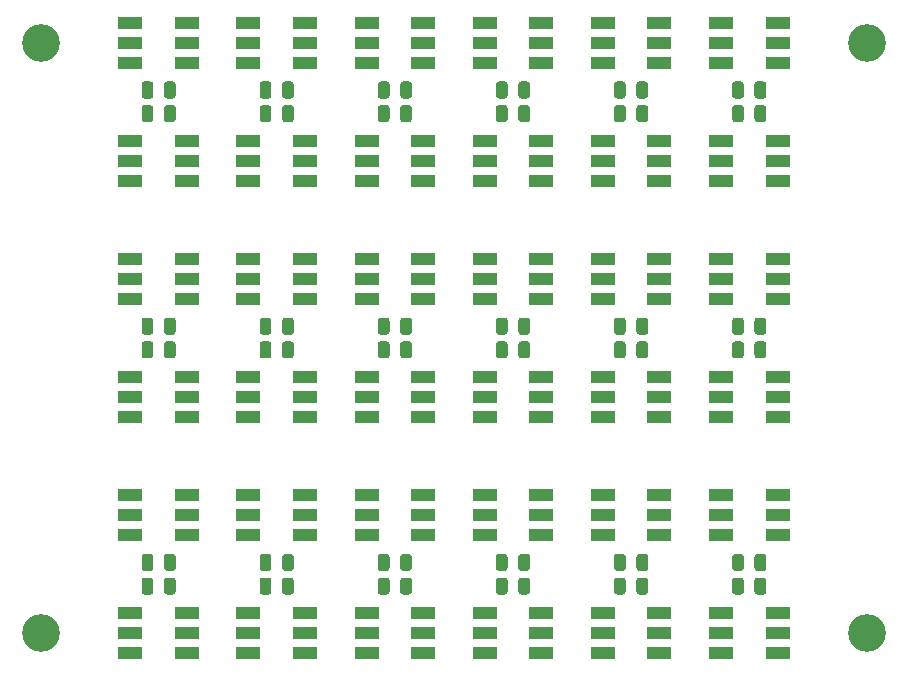
<source format=gbr>
%TF.GenerationSoftware,KiCad,Pcbnew,(5.1.9)-1*%
%TF.CreationDate,2021-05-23T18:39:07+01:00*%
%TF.ProjectId,LEDMaze,4c45444d-617a-4652-9e6b-696361645f70,rev?*%
%TF.SameCoordinates,Original*%
%TF.FileFunction,Soldermask,Top*%
%TF.FilePolarity,Negative*%
%FSLAX46Y46*%
G04 Gerber Fmt 4.6, Leading zero omitted, Abs format (unit mm)*
G04 Created by KiCad (PCBNEW (5.1.9)-1) date 2021-05-23 18:39:07*
%MOMM*%
%LPD*%
G01*
G04 APERTURE LIST*
%ADD10C,3.200000*%
%ADD11R,2.000000X1.100000*%
G04 APERTURE END LIST*
D10*
%TO.C,REF\u002A\u002A*%
X90000000Y-50000000D03*
%TD*%
%TO.C,REF\u002A\u002A*%
X90000000Y-100000000D03*
%TD*%
%TO.C,REF\u002A\u002A*%
X20000000Y-100000000D03*
%TD*%
%TO.C,REF\u002A\u002A*%
X20000000Y-50000000D03*
%TD*%
D11*
%TO.C,D36*%
X27600000Y-101700000D03*
X27600000Y-100000000D03*
X27600000Y-98300000D03*
X32400000Y-98300000D03*
X32400000Y-100000000D03*
X32400000Y-101700000D03*
%TD*%
%TO.C,D35*%
X37600000Y-101700000D03*
X37600000Y-100000000D03*
X37600000Y-98300000D03*
X42400000Y-98300000D03*
X42400000Y-100000000D03*
X42400000Y-101700000D03*
%TD*%
%TO.C,D34*%
X47600000Y-101700000D03*
X47600000Y-100000000D03*
X47600000Y-98300000D03*
X52400000Y-98300000D03*
X52400000Y-100000000D03*
X52400000Y-101700000D03*
%TD*%
%TO.C,D33*%
X57600000Y-101700000D03*
X57600000Y-100000000D03*
X57600000Y-98300000D03*
X62400000Y-98300000D03*
X62400000Y-100000000D03*
X62400000Y-101700000D03*
%TD*%
%TO.C,D32*%
X67600000Y-101700000D03*
X67600000Y-100000000D03*
X67600000Y-98300000D03*
X72400000Y-98300000D03*
X72400000Y-100000000D03*
X72400000Y-101700000D03*
%TD*%
%TO.C,D31*%
X77600000Y-101700000D03*
X77600000Y-100000000D03*
X77600000Y-98300000D03*
X82400000Y-98300000D03*
X82400000Y-100000000D03*
X82400000Y-101700000D03*
%TD*%
%TO.C,D30*%
X82400000Y-88300000D03*
X82400000Y-90000000D03*
X82400000Y-91700000D03*
X77600000Y-91700000D03*
X77600000Y-90000000D03*
X77600000Y-88300000D03*
%TD*%
%TO.C,D29*%
X72400000Y-88300000D03*
X72400000Y-90000000D03*
X72400000Y-91700000D03*
X67600000Y-91700000D03*
X67600000Y-90000000D03*
X67600000Y-88300000D03*
%TD*%
%TO.C,D28*%
X62400000Y-88300000D03*
X62400000Y-90000000D03*
X62400000Y-91700000D03*
X57600000Y-91700000D03*
X57600000Y-90000000D03*
X57600000Y-88300000D03*
%TD*%
%TO.C,D27*%
X52400000Y-88300000D03*
X52400000Y-90000000D03*
X52400000Y-91700000D03*
X47600000Y-91700000D03*
X47600000Y-90000000D03*
X47600000Y-88300000D03*
%TD*%
%TO.C,D26*%
X42400000Y-88300000D03*
X42400000Y-90000000D03*
X42400000Y-91700000D03*
X37600000Y-91700000D03*
X37600000Y-90000000D03*
X37600000Y-88300000D03*
%TD*%
%TO.C,D25*%
X32400000Y-88300000D03*
X32400000Y-90000000D03*
X32400000Y-91700000D03*
X27600000Y-91700000D03*
X27600000Y-90000000D03*
X27600000Y-88300000D03*
%TD*%
%TO.C,D24*%
X27600000Y-81700000D03*
X27600000Y-80000000D03*
X27600000Y-78300000D03*
X32400000Y-78300000D03*
X32400000Y-80000000D03*
X32400000Y-81700000D03*
%TD*%
%TO.C,D23*%
X37600000Y-81700000D03*
X37600000Y-80000000D03*
X37600000Y-78300000D03*
X42400000Y-78300000D03*
X42400000Y-80000000D03*
X42400000Y-81700000D03*
%TD*%
%TO.C,D22*%
X47600000Y-81700000D03*
X47600000Y-80000000D03*
X47600000Y-78300000D03*
X52400000Y-78300000D03*
X52400000Y-80000000D03*
X52400000Y-81700000D03*
%TD*%
%TO.C,D21*%
X57600000Y-81700000D03*
X57600000Y-80000000D03*
X57600000Y-78300000D03*
X62400000Y-78300000D03*
X62400000Y-80000000D03*
X62400000Y-81700000D03*
%TD*%
%TO.C,D20*%
X67600000Y-81700000D03*
X67600000Y-80000000D03*
X67600000Y-78300000D03*
X72400000Y-78300000D03*
X72400000Y-80000000D03*
X72400000Y-81700000D03*
%TD*%
%TO.C,D19*%
X77600000Y-81700000D03*
X77600000Y-80000000D03*
X77600000Y-78300000D03*
X82400000Y-78300000D03*
X82400000Y-80000000D03*
X82400000Y-81700000D03*
%TD*%
%TO.C,D18*%
X82400000Y-68300000D03*
X82400000Y-70000000D03*
X82400000Y-71700000D03*
X77600000Y-71700000D03*
X77600000Y-70000000D03*
X77600000Y-68300000D03*
%TD*%
%TO.C,D17*%
X72400000Y-68300000D03*
X72400000Y-70000000D03*
X72400000Y-71700000D03*
X67600000Y-71700000D03*
X67600000Y-70000000D03*
X67600000Y-68300000D03*
%TD*%
%TO.C,D16*%
X62400000Y-68300000D03*
X62400000Y-70000000D03*
X62400000Y-71700000D03*
X57600000Y-71700000D03*
X57600000Y-70000000D03*
X57600000Y-68300000D03*
%TD*%
%TO.C,D15*%
X52400000Y-68300000D03*
X52400000Y-70000000D03*
X52400000Y-71700000D03*
X47600000Y-71700000D03*
X47600000Y-70000000D03*
X47600000Y-68300000D03*
%TD*%
%TO.C,D14*%
X42400000Y-68300000D03*
X42400000Y-70000000D03*
X42400000Y-71700000D03*
X37600000Y-71700000D03*
X37600000Y-70000000D03*
X37600000Y-68300000D03*
%TD*%
%TO.C,D13*%
X32400000Y-68300000D03*
X32400000Y-70000000D03*
X32400000Y-71700000D03*
X27600000Y-71700000D03*
X27600000Y-70000000D03*
X27600000Y-68300000D03*
%TD*%
%TO.C,D12*%
X27600000Y-61700000D03*
X27600000Y-60000000D03*
X27600000Y-58300000D03*
X32400000Y-58300000D03*
X32400000Y-60000000D03*
X32400000Y-61700000D03*
%TD*%
%TO.C,D11*%
X37600000Y-61700000D03*
X37600000Y-60000000D03*
X37600000Y-58300000D03*
X42400000Y-58300000D03*
X42400000Y-60000000D03*
X42400000Y-61700000D03*
%TD*%
%TO.C,D10*%
X47600000Y-61700000D03*
X47600000Y-60000000D03*
X47600000Y-58300000D03*
X52400000Y-58300000D03*
X52400000Y-60000000D03*
X52400000Y-61700000D03*
%TD*%
%TO.C,D9*%
X57600000Y-61700000D03*
X57600000Y-60000000D03*
X57600000Y-58300000D03*
X62400000Y-58300000D03*
X62400000Y-60000000D03*
X62400000Y-61700000D03*
%TD*%
%TO.C,D8*%
X67600000Y-61700000D03*
X67600000Y-60000000D03*
X67600000Y-58300000D03*
X72400000Y-58300000D03*
X72400000Y-60000000D03*
X72400000Y-61700000D03*
%TD*%
%TO.C,D7*%
X77600000Y-61700000D03*
X77600000Y-60000000D03*
X77600000Y-58300000D03*
X82400000Y-58300000D03*
X82400000Y-60000000D03*
X82400000Y-61700000D03*
%TD*%
%TO.C,C36*%
G36*
G01*
X30450000Y-96475000D02*
X30450000Y-95525000D01*
G75*
G02*
X30700000Y-95275000I250000J0D01*
G01*
X31200000Y-95275000D01*
G75*
G02*
X31450000Y-95525000I0J-250000D01*
G01*
X31450000Y-96475000D01*
G75*
G02*
X31200000Y-96725000I-250000J0D01*
G01*
X30700000Y-96725000D01*
G75*
G02*
X30450000Y-96475000I0J250000D01*
G01*
G37*
G36*
G01*
X28550000Y-96475000D02*
X28550000Y-95525000D01*
G75*
G02*
X28800000Y-95275000I250000J0D01*
G01*
X29300000Y-95275000D01*
G75*
G02*
X29550000Y-95525000I0J-250000D01*
G01*
X29550000Y-96475000D01*
G75*
G02*
X29300000Y-96725000I-250000J0D01*
G01*
X28800000Y-96725000D01*
G75*
G02*
X28550000Y-96475000I0J250000D01*
G01*
G37*
%TD*%
%TO.C,C35*%
G36*
G01*
X40450000Y-96475000D02*
X40450000Y-95525000D01*
G75*
G02*
X40700000Y-95275000I250000J0D01*
G01*
X41200000Y-95275000D01*
G75*
G02*
X41450000Y-95525000I0J-250000D01*
G01*
X41450000Y-96475000D01*
G75*
G02*
X41200000Y-96725000I-250000J0D01*
G01*
X40700000Y-96725000D01*
G75*
G02*
X40450000Y-96475000I0J250000D01*
G01*
G37*
G36*
G01*
X38550000Y-96475000D02*
X38550000Y-95525000D01*
G75*
G02*
X38800000Y-95275000I250000J0D01*
G01*
X39300000Y-95275000D01*
G75*
G02*
X39550000Y-95525000I0J-250000D01*
G01*
X39550000Y-96475000D01*
G75*
G02*
X39300000Y-96725000I-250000J0D01*
G01*
X38800000Y-96725000D01*
G75*
G02*
X38550000Y-96475000I0J250000D01*
G01*
G37*
%TD*%
%TO.C,C34*%
G36*
G01*
X50450000Y-96475000D02*
X50450000Y-95525000D01*
G75*
G02*
X50700000Y-95275000I250000J0D01*
G01*
X51200000Y-95275000D01*
G75*
G02*
X51450000Y-95525000I0J-250000D01*
G01*
X51450000Y-96475000D01*
G75*
G02*
X51200000Y-96725000I-250000J0D01*
G01*
X50700000Y-96725000D01*
G75*
G02*
X50450000Y-96475000I0J250000D01*
G01*
G37*
G36*
G01*
X48550000Y-96475000D02*
X48550000Y-95525000D01*
G75*
G02*
X48800000Y-95275000I250000J0D01*
G01*
X49300000Y-95275000D01*
G75*
G02*
X49550000Y-95525000I0J-250000D01*
G01*
X49550000Y-96475000D01*
G75*
G02*
X49300000Y-96725000I-250000J0D01*
G01*
X48800000Y-96725000D01*
G75*
G02*
X48550000Y-96475000I0J250000D01*
G01*
G37*
%TD*%
%TO.C,C33*%
G36*
G01*
X60450000Y-96475000D02*
X60450000Y-95525000D01*
G75*
G02*
X60700000Y-95275000I250000J0D01*
G01*
X61200000Y-95275000D01*
G75*
G02*
X61450000Y-95525000I0J-250000D01*
G01*
X61450000Y-96475000D01*
G75*
G02*
X61200000Y-96725000I-250000J0D01*
G01*
X60700000Y-96725000D01*
G75*
G02*
X60450000Y-96475000I0J250000D01*
G01*
G37*
G36*
G01*
X58550000Y-96475000D02*
X58550000Y-95525000D01*
G75*
G02*
X58800000Y-95275000I250000J0D01*
G01*
X59300000Y-95275000D01*
G75*
G02*
X59550000Y-95525000I0J-250000D01*
G01*
X59550000Y-96475000D01*
G75*
G02*
X59300000Y-96725000I-250000J0D01*
G01*
X58800000Y-96725000D01*
G75*
G02*
X58550000Y-96475000I0J250000D01*
G01*
G37*
%TD*%
%TO.C,C32*%
G36*
G01*
X70450000Y-96475000D02*
X70450000Y-95525000D01*
G75*
G02*
X70700000Y-95275000I250000J0D01*
G01*
X71200000Y-95275000D01*
G75*
G02*
X71450000Y-95525000I0J-250000D01*
G01*
X71450000Y-96475000D01*
G75*
G02*
X71200000Y-96725000I-250000J0D01*
G01*
X70700000Y-96725000D01*
G75*
G02*
X70450000Y-96475000I0J250000D01*
G01*
G37*
G36*
G01*
X68550000Y-96475000D02*
X68550000Y-95525000D01*
G75*
G02*
X68800000Y-95275000I250000J0D01*
G01*
X69300000Y-95275000D01*
G75*
G02*
X69550000Y-95525000I0J-250000D01*
G01*
X69550000Y-96475000D01*
G75*
G02*
X69300000Y-96725000I-250000J0D01*
G01*
X68800000Y-96725000D01*
G75*
G02*
X68550000Y-96475000I0J250000D01*
G01*
G37*
%TD*%
%TO.C,C31*%
G36*
G01*
X80450000Y-96475000D02*
X80450000Y-95525000D01*
G75*
G02*
X80700000Y-95275000I250000J0D01*
G01*
X81200000Y-95275000D01*
G75*
G02*
X81450000Y-95525000I0J-250000D01*
G01*
X81450000Y-96475000D01*
G75*
G02*
X81200000Y-96725000I-250000J0D01*
G01*
X80700000Y-96725000D01*
G75*
G02*
X80450000Y-96475000I0J250000D01*
G01*
G37*
G36*
G01*
X78550000Y-96475000D02*
X78550000Y-95525000D01*
G75*
G02*
X78800000Y-95275000I250000J0D01*
G01*
X79300000Y-95275000D01*
G75*
G02*
X79550000Y-95525000I0J-250000D01*
G01*
X79550000Y-96475000D01*
G75*
G02*
X79300000Y-96725000I-250000J0D01*
G01*
X78800000Y-96725000D01*
G75*
G02*
X78550000Y-96475000I0J250000D01*
G01*
G37*
%TD*%
%TO.C,C30*%
G36*
G01*
X79550000Y-93525000D02*
X79550000Y-94475000D01*
G75*
G02*
X79300000Y-94725000I-250000J0D01*
G01*
X78800000Y-94725000D01*
G75*
G02*
X78550000Y-94475000I0J250000D01*
G01*
X78550000Y-93525000D01*
G75*
G02*
X78800000Y-93275000I250000J0D01*
G01*
X79300000Y-93275000D01*
G75*
G02*
X79550000Y-93525000I0J-250000D01*
G01*
G37*
G36*
G01*
X81450000Y-93525000D02*
X81450000Y-94475000D01*
G75*
G02*
X81200000Y-94725000I-250000J0D01*
G01*
X80700000Y-94725000D01*
G75*
G02*
X80450000Y-94475000I0J250000D01*
G01*
X80450000Y-93525000D01*
G75*
G02*
X80700000Y-93275000I250000J0D01*
G01*
X81200000Y-93275000D01*
G75*
G02*
X81450000Y-93525000I0J-250000D01*
G01*
G37*
%TD*%
%TO.C,C29*%
G36*
G01*
X69550000Y-93525000D02*
X69550000Y-94475000D01*
G75*
G02*
X69300000Y-94725000I-250000J0D01*
G01*
X68800000Y-94725000D01*
G75*
G02*
X68550000Y-94475000I0J250000D01*
G01*
X68550000Y-93525000D01*
G75*
G02*
X68800000Y-93275000I250000J0D01*
G01*
X69300000Y-93275000D01*
G75*
G02*
X69550000Y-93525000I0J-250000D01*
G01*
G37*
G36*
G01*
X71450000Y-93525000D02*
X71450000Y-94475000D01*
G75*
G02*
X71200000Y-94725000I-250000J0D01*
G01*
X70700000Y-94725000D01*
G75*
G02*
X70450000Y-94475000I0J250000D01*
G01*
X70450000Y-93525000D01*
G75*
G02*
X70700000Y-93275000I250000J0D01*
G01*
X71200000Y-93275000D01*
G75*
G02*
X71450000Y-93525000I0J-250000D01*
G01*
G37*
%TD*%
%TO.C,C28*%
G36*
G01*
X59550000Y-93525000D02*
X59550000Y-94475000D01*
G75*
G02*
X59300000Y-94725000I-250000J0D01*
G01*
X58800000Y-94725000D01*
G75*
G02*
X58550000Y-94475000I0J250000D01*
G01*
X58550000Y-93525000D01*
G75*
G02*
X58800000Y-93275000I250000J0D01*
G01*
X59300000Y-93275000D01*
G75*
G02*
X59550000Y-93525000I0J-250000D01*
G01*
G37*
G36*
G01*
X61450000Y-93525000D02*
X61450000Y-94475000D01*
G75*
G02*
X61200000Y-94725000I-250000J0D01*
G01*
X60700000Y-94725000D01*
G75*
G02*
X60450000Y-94475000I0J250000D01*
G01*
X60450000Y-93525000D01*
G75*
G02*
X60700000Y-93275000I250000J0D01*
G01*
X61200000Y-93275000D01*
G75*
G02*
X61450000Y-93525000I0J-250000D01*
G01*
G37*
%TD*%
%TO.C,C27*%
G36*
G01*
X49550000Y-93525000D02*
X49550000Y-94475000D01*
G75*
G02*
X49300000Y-94725000I-250000J0D01*
G01*
X48800000Y-94725000D01*
G75*
G02*
X48550000Y-94475000I0J250000D01*
G01*
X48550000Y-93525000D01*
G75*
G02*
X48800000Y-93275000I250000J0D01*
G01*
X49300000Y-93275000D01*
G75*
G02*
X49550000Y-93525000I0J-250000D01*
G01*
G37*
G36*
G01*
X51450000Y-93525000D02*
X51450000Y-94475000D01*
G75*
G02*
X51200000Y-94725000I-250000J0D01*
G01*
X50700000Y-94725000D01*
G75*
G02*
X50450000Y-94475000I0J250000D01*
G01*
X50450000Y-93525000D01*
G75*
G02*
X50700000Y-93275000I250000J0D01*
G01*
X51200000Y-93275000D01*
G75*
G02*
X51450000Y-93525000I0J-250000D01*
G01*
G37*
%TD*%
%TO.C,C26*%
G36*
G01*
X39550000Y-93525000D02*
X39550000Y-94475000D01*
G75*
G02*
X39300000Y-94725000I-250000J0D01*
G01*
X38800000Y-94725000D01*
G75*
G02*
X38550000Y-94475000I0J250000D01*
G01*
X38550000Y-93525000D01*
G75*
G02*
X38800000Y-93275000I250000J0D01*
G01*
X39300000Y-93275000D01*
G75*
G02*
X39550000Y-93525000I0J-250000D01*
G01*
G37*
G36*
G01*
X41450000Y-93525000D02*
X41450000Y-94475000D01*
G75*
G02*
X41200000Y-94725000I-250000J0D01*
G01*
X40700000Y-94725000D01*
G75*
G02*
X40450000Y-94475000I0J250000D01*
G01*
X40450000Y-93525000D01*
G75*
G02*
X40700000Y-93275000I250000J0D01*
G01*
X41200000Y-93275000D01*
G75*
G02*
X41450000Y-93525000I0J-250000D01*
G01*
G37*
%TD*%
%TO.C,C25*%
G36*
G01*
X29550000Y-93525000D02*
X29550000Y-94475000D01*
G75*
G02*
X29300000Y-94725000I-250000J0D01*
G01*
X28800000Y-94725000D01*
G75*
G02*
X28550000Y-94475000I0J250000D01*
G01*
X28550000Y-93525000D01*
G75*
G02*
X28800000Y-93275000I250000J0D01*
G01*
X29300000Y-93275000D01*
G75*
G02*
X29550000Y-93525000I0J-250000D01*
G01*
G37*
G36*
G01*
X31450000Y-93525000D02*
X31450000Y-94475000D01*
G75*
G02*
X31200000Y-94725000I-250000J0D01*
G01*
X30700000Y-94725000D01*
G75*
G02*
X30450000Y-94475000I0J250000D01*
G01*
X30450000Y-93525000D01*
G75*
G02*
X30700000Y-93275000I250000J0D01*
G01*
X31200000Y-93275000D01*
G75*
G02*
X31450000Y-93525000I0J-250000D01*
G01*
G37*
%TD*%
%TO.C,C24*%
G36*
G01*
X30450000Y-76475000D02*
X30450000Y-75525000D01*
G75*
G02*
X30700000Y-75275000I250000J0D01*
G01*
X31200000Y-75275000D01*
G75*
G02*
X31450000Y-75525000I0J-250000D01*
G01*
X31450000Y-76475000D01*
G75*
G02*
X31200000Y-76725000I-250000J0D01*
G01*
X30700000Y-76725000D01*
G75*
G02*
X30450000Y-76475000I0J250000D01*
G01*
G37*
G36*
G01*
X28550000Y-76475000D02*
X28550000Y-75525000D01*
G75*
G02*
X28800000Y-75275000I250000J0D01*
G01*
X29300000Y-75275000D01*
G75*
G02*
X29550000Y-75525000I0J-250000D01*
G01*
X29550000Y-76475000D01*
G75*
G02*
X29300000Y-76725000I-250000J0D01*
G01*
X28800000Y-76725000D01*
G75*
G02*
X28550000Y-76475000I0J250000D01*
G01*
G37*
%TD*%
%TO.C,C23*%
G36*
G01*
X40450000Y-76475000D02*
X40450000Y-75525000D01*
G75*
G02*
X40700000Y-75275000I250000J0D01*
G01*
X41200000Y-75275000D01*
G75*
G02*
X41450000Y-75525000I0J-250000D01*
G01*
X41450000Y-76475000D01*
G75*
G02*
X41200000Y-76725000I-250000J0D01*
G01*
X40700000Y-76725000D01*
G75*
G02*
X40450000Y-76475000I0J250000D01*
G01*
G37*
G36*
G01*
X38550000Y-76475000D02*
X38550000Y-75525000D01*
G75*
G02*
X38800000Y-75275000I250000J0D01*
G01*
X39300000Y-75275000D01*
G75*
G02*
X39550000Y-75525000I0J-250000D01*
G01*
X39550000Y-76475000D01*
G75*
G02*
X39300000Y-76725000I-250000J0D01*
G01*
X38800000Y-76725000D01*
G75*
G02*
X38550000Y-76475000I0J250000D01*
G01*
G37*
%TD*%
%TO.C,C22*%
G36*
G01*
X50450000Y-76475000D02*
X50450000Y-75525000D01*
G75*
G02*
X50700000Y-75275000I250000J0D01*
G01*
X51200000Y-75275000D01*
G75*
G02*
X51450000Y-75525000I0J-250000D01*
G01*
X51450000Y-76475000D01*
G75*
G02*
X51200000Y-76725000I-250000J0D01*
G01*
X50700000Y-76725000D01*
G75*
G02*
X50450000Y-76475000I0J250000D01*
G01*
G37*
G36*
G01*
X48550000Y-76475000D02*
X48550000Y-75525000D01*
G75*
G02*
X48800000Y-75275000I250000J0D01*
G01*
X49300000Y-75275000D01*
G75*
G02*
X49550000Y-75525000I0J-250000D01*
G01*
X49550000Y-76475000D01*
G75*
G02*
X49300000Y-76725000I-250000J0D01*
G01*
X48800000Y-76725000D01*
G75*
G02*
X48550000Y-76475000I0J250000D01*
G01*
G37*
%TD*%
%TO.C,C21*%
G36*
G01*
X60450000Y-76475000D02*
X60450000Y-75525000D01*
G75*
G02*
X60700000Y-75275000I250000J0D01*
G01*
X61200000Y-75275000D01*
G75*
G02*
X61450000Y-75525000I0J-250000D01*
G01*
X61450000Y-76475000D01*
G75*
G02*
X61200000Y-76725000I-250000J0D01*
G01*
X60700000Y-76725000D01*
G75*
G02*
X60450000Y-76475000I0J250000D01*
G01*
G37*
G36*
G01*
X58550000Y-76475000D02*
X58550000Y-75525000D01*
G75*
G02*
X58800000Y-75275000I250000J0D01*
G01*
X59300000Y-75275000D01*
G75*
G02*
X59550000Y-75525000I0J-250000D01*
G01*
X59550000Y-76475000D01*
G75*
G02*
X59300000Y-76725000I-250000J0D01*
G01*
X58800000Y-76725000D01*
G75*
G02*
X58550000Y-76475000I0J250000D01*
G01*
G37*
%TD*%
%TO.C,C20*%
G36*
G01*
X70450000Y-76475000D02*
X70450000Y-75525000D01*
G75*
G02*
X70700000Y-75275000I250000J0D01*
G01*
X71200000Y-75275000D01*
G75*
G02*
X71450000Y-75525000I0J-250000D01*
G01*
X71450000Y-76475000D01*
G75*
G02*
X71200000Y-76725000I-250000J0D01*
G01*
X70700000Y-76725000D01*
G75*
G02*
X70450000Y-76475000I0J250000D01*
G01*
G37*
G36*
G01*
X68550000Y-76475000D02*
X68550000Y-75525000D01*
G75*
G02*
X68800000Y-75275000I250000J0D01*
G01*
X69300000Y-75275000D01*
G75*
G02*
X69550000Y-75525000I0J-250000D01*
G01*
X69550000Y-76475000D01*
G75*
G02*
X69300000Y-76725000I-250000J0D01*
G01*
X68800000Y-76725000D01*
G75*
G02*
X68550000Y-76475000I0J250000D01*
G01*
G37*
%TD*%
%TO.C,C19*%
G36*
G01*
X80450000Y-76475000D02*
X80450000Y-75525000D01*
G75*
G02*
X80700000Y-75275000I250000J0D01*
G01*
X81200000Y-75275000D01*
G75*
G02*
X81450000Y-75525000I0J-250000D01*
G01*
X81450000Y-76475000D01*
G75*
G02*
X81200000Y-76725000I-250000J0D01*
G01*
X80700000Y-76725000D01*
G75*
G02*
X80450000Y-76475000I0J250000D01*
G01*
G37*
G36*
G01*
X78550000Y-76475000D02*
X78550000Y-75525000D01*
G75*
G02*
X78800000Y-75275000I250000J0D01*
G01*
X79300000Y-75275000D01*
G75*
G02*
X79550000Y-75525000I0J-250000D01*
G01*
X79550000Y-76475000D01*
G75*
G02*
X79300000Y-76725000I-250000J0D01*
G01*
X78800000Y-76725000D01*
G75*
G02*
X78550000Y-76475000I0J250000D01*
G01*
G37*
%TD*%
%TO.C,C18*%
G36*
G01*
X79550000Y-73525000D02*
X79550000Y-74475000D01*
G75*
G02*
X79300000Y-74725000I-250000J0D01*
G01*
X78800000Y-74725000D01*
G75*
G02*
X78550000Y-74475000I0J250000D01*
G01*
X78550000Y-73525000D01*
G75*
G02*
X78800000Y-73275000I250000J0D01*
G01*
X79300000Y-73275000D01*
G75*
G02*
X79550000Y-73525000I0J-250000D01*
G01*
G37*
G36*
G01*
X81450000Y-73525000D02*
X81450000Y-74475000D01*
G75*
G02*
X81200000Y-74725000I-250000J0D01*
G01*
X80700000Y-74725000D01*
G75*
G02*
X80450000Y-74475000I0J250000D01*
G01*
X80450000Y-73525000D01*
G75*
G02*
X80700000Y-73275000I250000J0D01*
G01*
X81200000Y-73275000D01*
G75*
G02*
X81450000Y-73525000I0J-250000D01*
G01*
G37*
%TD*%
%TO.C,C17*%
G36*
G01*
X69550000Y-73525000D02*
X69550000Y-74475000D01*
G75*
G02*
X69300000Y-74725000I-250000J0D01*
G01*
X68800000Y-74725000D01*
G75*
G02*
X68550000Y-74475000I0J250000D01*
G01*
X68550000Y-73525000D01*
G75*
G02*
X68800000Y-73275000I250000J0D01*
G01*
X69300000Y-73275000D01*
G75*
G02*
X69550000Y-73525000I0J-250000D01*
G01*
G37*
G36*
G01*
X71450000Y-73525000D02*
X71450000Y-74475000D01*
G75*
G02*
X71200000Y-74725000I-250000J0D01*
G01*
X70700000Y-74725000D01*
G75*
G02*
X70450000Y-74475000I0J250000D01*
G01*
X70450000Y-73525000D01*
G75*
G02*
X70700000Y-73275000I250000J0D01*
G01*
X71200000Y-73275000D01*
G75*
G02*
X71450000Y-73525000I0J-250000D01*
G01*
G37*
%TD*%
%TO.C,C16*%
G36*
G01*
X59550000Y-73525000D02*
X59550000Y-74475000D01*
G75*
G02*
X59300000Y-74725000I-250000J0D01*
G01*
X58800000Y-74725000D01*
G75*
G02*
X58550000Y-74475000I0J250000D01*
G01*
X58550000Y-73525000D01*
G75*
G02*
X58800000Y-73275000I250000J0D01*
G01*
X59300000Y-73275000D01*
G75*
G02*
X59550000Y-73525000I0J-250000D01*
G01*
G37*
G36*
G01*
X61450000Y-73525000D02*
X61450000Y-74475000D01*
G75*
G02*
X61200000Y-74725000I-250000J0D01*
G01*
X60700000Y-74725000D01*
G75*
G02*
X60450000Y-74475000I0J250000D01*
G01*
X60450000Y-73525000D01*
G75*
G02*
X60700000Y-73275000I250000J0D01*
G01*
X61200000Y-73275000D01*
G75*
G02*
X61450000Y-73525000I0J-250000D01*
G01*
G37*
%TD*%
%TO.C,C15*%
G36*
G01*
X49550000Y-73525000D02*
X49550000Y-74475000D01*
G75*
G02*
X49300000Y-74725000I-250000J0D01*
G01*
X48800000Y-74725000D01*
G75*
G02*
X48550000Y-74475000I0J250000D01*
G01*
X48550000Y-73525000D01*
G75*
G02*
X48800000Y-73275000I250000J0D01*
G01*
X49300000Y-73275000D01*
G75*
G02*
X49550000Y-73525000I0J-250000D01*
G01*
G37*
G36*
G01*
X51450000Y-73525000D02*
X51450000Y-74475000D01*
G75*
G02*
X51200000Y-74725000I-250000J0D01*
G01*
X50700000Y-74725000D01*
G75*
G02*
X50450000Y-74475000I0J250000D01*
G01*
X50450000Y-73525000D01*
G75*
G02*
X50700000Y-73275000I250000J0D01*
G01*
X51200000Y-73275000D01*
G75*
G02*
X51450000Y-73525000I0J-250000D01*
G01*
G37*
%TD*%
%TO.C,C14*%
G36*
G01*
X39550000Y-73525000D02*
X39550000Y-74475000D01*
G75*
G02*
X39300000Y-74725000I-250000J0D01*
G01*
X38800000Y-74725000D01*
G75*
G02*
X38550000Y-74475000I0J250000D01*
G01*
X38550000Y-73525000D01*
G75*
G02*
X38800000Y-73275000I250000J0D01*
G01*
X39300000Y-73275000D01*
G75*
G02*
X39550000Y-73525000I0J-250000D01*
G01*
G37*
G36*
G01*
X41450000Y-73525000D02*
X41450000Y-74475000D01*
G75*
G02*
X41200000Y-74725000I-250000J0D01*
G01*
X40700000Y-74725000D01*
G75*
G02*
X40450000Y-74475000I0J250000D01*
G01*
X40450000Y-73525000D01*
G75*
G02*
X40700000Y-73275000I250000J0D01*
G01*
X41200000Y-73275000D01*
G75*
G02*
X41450000Y-73525000I0J-250000D01*
G01*
G37*
%TD*%
%TO.C,C13*%
G36*
G01*
X29550000Y-73525000D02*
X29550000Y-74475000D01*
G75*
G02*
X29300000Y-74725000I-250000J0D01*
G01*
X28800000Y-74725000D01*
G75*
G02*
X28550000Y-74475000I0J250000D01*
G01*
X28550000Y-73525000D01*
G75*
G02*
X28800000Y-73275000I250000J0D01*
G01*
X29300000Y-73275000D01*
G75*
G02*
X29550000Y-73525000I0J-250000D01*
G01*
G37*
G36*
G01*
X31450000Y-73525000D02*
X31450000Y-74475000D01*
G75*
G02*
X31200000Y-74725000I-250000J0D01*
G01*
X30700000Y-74725000D01*
G75*
G02*
X30450000Y-74475000I0J250000D01*
G01*
X30450000Y-73525000D01*
G75*
G02*
X30700000Y-73275000I250000J0D01*
G01*
X31200000Y-73275000D01*
G75*
G02*
X31450000Y-73525000I0J-250000D01*
G01*
G37*
%TD*%
%TO.C,C12*%
G36*
G01*
X30450000Y-56475000D02*
X30450000Y-55525000D01*
G75*
G02*
X30700000Y-55275000I250000J0D01*
G01*
X31200000Y-55275000D01*
G75*
G02*
X31450000Y-55525000I0J-250000D01*
G01*
X31450000Y-56475000D01*
G75*
G02*
X31200000Y-56725000I-250000J0D01*
G01*
X30700000Y-56725000D01*
G75*
G02*
X30450000Y-56475000I0J250000D01*
G01*
G37*
G36*
G01*
X28550000Y-56475000D02*
X28550000Y-55525000D01*
G75*
G02*
X28800000Y-55275000I250000J0D01*
G01*
X29300000Y-55275000D01*
G75*
G02*
X29550000Y-55525000I0J-250000D01*
G01*
X29550000Y-56475000D01*
G75*
G02*
X29300000Y-56725000I-250000J0D01*
G01*
X28800000Y-56725000D01*
G75*
G02*
X28550000Y-56475000I0J250000D01*
G01*
G37*
%TD*%
%TO.C,C11*%
G36*
G01*
X40450000Y-56475000D02*
X40450000Y-55525000D01*
G75*
G02*
X40700000Y-55275000I250000J0D01*
G01*
X41200000Y-55275000D01*
G75*
G02*
X41450000Y-55525000I0J-250000D01*
G01*
X41450000Y-56475000D01*
G75*
G02*
X41200000Y-56725000I-250000J0D01*
G01*
X40700000Y-56725000D01*
G75*
G02*
X40450000Y-56475000I0J250000D01*
G01*
G37*
G36*
G01*
X38550000Y-56475000D02*
X38550000Y-55525000D01*
G75*
G02*
X38800000Y-55275000I250000J0D01*
G01*
X39300000Y-55275000D01*
G75*
G02*
X39550000Y-55525000I0J-250000D01*
G01*
X39550000Y-56475000D01*
G75*
G02*
X39300000Y-56725000I-250000J0D01*
G01*
X38800000Y-56725000D01*
G75*
G02*
X38550000Y-56475000I0J250000D01*
G01*
G37*
%TD*%
%TO.C,C10*%
G36*
G01*
X50450000Y-56475000D02*
X50450000Y-55525000D01*
G75*
G02*
X50700000Y-55275000I250000J0D01*
G01*
X51200000Y-55275000D01*
G75*
G02*
X51450000Y-55525000I0J-250000D01*
G01*
X51450000Y-56475000D01*
G75*
G02*
X51200000Y-56725000I-250000J0D01*
G01*
X50700000Y-56725000D01*
G75*
G02*
X50450000Y-56475000I0J250000D01*
G01*
G37*
G36*
G01*
X48550000Y-56475000D02*
X48550000Y-55525000D01*
G75*
G02*
X48800000Y-55275000I250000J0D01*
G01*
X49300000Y-55275000D01*
G75*
G02*
X49550000Y-55525000I0J-250000D01*
G01*
X49550000Y-56475000D01*
G75*
G02*
X49300000Y-56725000I-250000J0D01*
G01*
X48800000Y-56725000D01*
G75*
G02*
X48550000Y-56475000I0J250000D01*
G01*
G37*
%TD*%
%TO.C,C9*%
G36*
G01*
X60450000Y-56475000D02*
X60450000Y-55525000D01*
G75*
G02*
X60700000Y-55275000I250000J0D01*
G01*
X61200000Y-55275000D01*
G75*
G02*
X61450000Y-55525000I0J-250000D01*
G01*
X61450000Y-56475000D01*
G75*
G02*
X61200000Y-56725000I-250000J0D01*
G01*
X60700000Y-56725000D01*
G75*
G02*
X60450000Y-56475000I0J250000D01*
G01*
G37*
G36*
G01*
X58550000Y-56475000D02*
X58550000Y-55525000D01*
G75*
G02*
X58800000Y-55275000I250000J0D01*
G01*
X59300000Y-55275000D01*
G75*
G02*
X59550000Y-55525000I0J-250000D01*
G01*
X59550000Y-56475000D01*
G75*
G02*
X59300000Y-56725000I-250000J0D01*
G01*
X58800000Y-56725000D01*
G75*
G02*
X58550000Y-56475000I0J250000D01*
G01*
G37*
%TD*%
%TO.C,C8*%
G36*
G01*
X70450000Y-56475000D02*
X70450000Y-55525000D01*
G75*
G02*
X70700000Y-55275000I250000J0D01*
G01*
X71200000Y-55275000D01*
G75*
G02*
X71450000Y-55525000I0J-250000D01*
G01*
X71450000Y-56475000D01*
G75*
G02*
X71200000Y-56725000I-250000J0D01*
G01*
X70700000Y-56725000D01*
G75*
G02*
X70450000Y-56475000I0J250000D01*
G01*
G37*
G36*
G01*
X68550000Y-56475000D02*
X68550000Y-55525000D01*
G75*
G02*
X68800000Y-55275000I250000J0D01*
G01*
X69300000Y-55275000D01*
G75*
G02*
X69550000Y-55525000I0J-250000D01*
G01*
X69550000Y-56475000D01*
G75*
G02*
X69300000Y-56725000I-250000J0D01*
G01*
X68800000Y-56725000D01*
G75*
G02*
X68550000Y-56475000I0J250000D01*
G01*
G37*
%TD*%
%TO.C,C7*%
G36*
G01*
X80450000Y-56475000D02*
X80450000Y-55525000D01*
G75*
G02*
X80700000Y-55275000I250000J0D01*
G01*
X81200000Y-55275000D01*
G75*
G02*
X81450000Y-55525000I0J-250000D01*
G01*
X81450000Y-56475000D01*
G75*
G02*
X81200000Y-56725000I-250000J0D01*
G01*
X80700000Y-56725000D01*
G75*
G02*
X80450000Y-56475000I0J250000D01*
G01*
G37*
G36*
G01*
X78550000Y-56475000D02*
X78550000Y-55525000D01*
G75*
G02*
X78800000Y-55275000I250000J0D01*
G01*
X79300000Y-55275000D01*
G75*
G02*
X79550000Y-55525000I0J-250000D01*
G01*
X79550000Y-56475000D01*
G75*
G02*
X79300000Y-56725000I-250000J0D01*
G01*
X78800000Y-56725000D01*
G75*
G02*
X78550000Y-56475000I0J250000D01*
G01*
G37*
%TD*%
%TO.C,D1*%
X32400000Y-48300000D03*
X32400000Y-50000000D03*
X32400000Y-51700000D03*
X27600000Y-51700000D03*
X27600000Y-50000000D03*
X27600000Y-48300000D03*
%TD*%
%TO.C,D6*%
X82400000Y-48300000D03*
X82400000Y-50000000D03*
X82400000Y-51700000D03*
X77600000Y-51700000D03*
X77600000Y-50000000D03*
X77600000Y-48300000D03*
%TD*%
%TO.C,D5*%
X72400000Y-48300000D03*
X72400000Y-50000000D03*
X72400000Y-51700000D03*
X67600000Y-51700000D03*
X67600000Y-50000000D03*
X67600000Y-48300000D03*
%TD*%
%TO.C,D4*%
X62400000Y-48300000D03*
X62400000Y-50000000D03*
X62400000Y-51700000D03*
X57600000Y-51700000D03*
X57600000Y-50000000D03*
X57600000Y-48300000D03*
%TD*%
%TO.C,D3*%
X52400000Y-48300000D03*
X52400000Y-50000000D03*
X52400000Y-51700000D03*
X47600000Y-51700000D03*
X47600000Y-50000000D03*
X47600000Y-48300000D03*
%TD*%
%TO.C,D2*%
X42400000Y-48300000D03*
X42400000Y-50000000D03*
X42400000Y-51700000D03*
X37600000Y-51700000D03*
X37600000Y-50000000D03*
X37600000Y-48300000D03*
%TD*%
%TO.C,C6*%
G36*
G01*
X79550000Y-53525000D02*
X79550000Y-54475000D01*
G75*
G02*
X79300000Y-54725000I-250000J0D01*
G01*
X78800000Y-54725000D01*
G75*
G02*
X78550000Y-54475000I0J250000D01*
G01*
X78550000Y-53525000D01*
G75*
G02*
X78800000Y-53275000I250000J0D01*
G01*
X79300000Y-53275000D01*
G75*
G02*
X79550000Y-53525000I0J-250000D01*
G01*
G37*
G36*
G01*
X81450000Y-53525000D02*
X81450000Y-54475000D01*
G75*
G02*
X81200000Y-54725000I-250000J0D01*
G01*
X80700000Y-54725000D01*
G75*
G02*
X80450000Y-54475000I0J250000D01*
G01*
X80450000Y-53525000D01*
G75*
G02*
X80700000Y-53275000I250000J0D01*
G01*
X81200000Y-53275000D01*
G75*
G02*
X81450000Y-53525000I0J-250000D01*
G01*
G37*
%TD*%
%TO.C,C5*%
G36*
G01*
X69550000Y-53525000D02*
X69550000Y-54475000D01*
G75*
G02*
X69300000Y-54725000I-250000J0D01*
G01*
X68800000Y-54725000D01*
G75*
G02*
X68550000Y-54475000I0J250000D01*
G01*
X68550000Y-53525000D01*
G75*
G02*
X68800000Y-53275000I250000J0D01*
G01*
X69300000Y-53275000D01*
G75*
G02*
X69550000Y-53525000I0J-250000D01*
G01*
G37*
G36*
G01*
X71450000Y-53525000D02*
X71450000Y-54475000D01*
G75*
G02*
X71200000Y-54725000I-250000J0D01*
G01*
X70700000Y-54725000D01*
G75*
G02*
X70450000Y-54475000I0J250000D01*
G01*
X70450000Y-53525000D01*
G75*
G02*
X70700000Y-53275000I250000J0D01*
G01*
X71200000Y-53275000D01*
G75*
G02*
X71450000Y-53525000I0J-250000D01*
G01*
G37*
%TD*%
%TO.C,C4*%
G36*
G01*
X59550000Y-53525000D02*
X59550000Y-54475000D01*
G75*
G02*
X59300000Y-54725000I-250000J0D01*
G01*
X58800000Y-54725000D01*
G75*
G02*
X58550000Y-54475000I0J250000D01*
G01*
X58550000Y-53525000D01*
G75*
G02*
X58800000Y-53275000I250000J0D01*
G01*
X59300000Y-53275000D01*
G75*
G02*
X59550000Y-53525000I0J-250000D01*
G01*
G37*
G36*
G01*
X61450000Y-53525000D02*
X61450000Y-54475000D01*
G75*
G02*
X61200000Y-54725000I-250000J0D01*
G01*
X60700000Y-54725000D01*
G75*
G02*
X60450000Y-54475000I0J250000D01*
G01*
X60450000Y-53525000D01*
G75*
G02*
X60700000Y-53275000I250000J0D01*
G01*
X61200000Y-53275000D01*
G75*
G02*
X61450000Y-53525000I0J-250000D01*
G01*
G37*
%TD*%
%TO.C,C3*%
G36*
G01*
X49550000Y-53525000D02*
X49550000Y-54475000D01*
G75*
G02*
X49300000Y-54725000I-250000J0D01*
G01*
X48800000Y-54725000D01*
G75*
G02*
X48550000Y-54475000I0J250000D01*
G01*
X48550000Y-53525000D01*
G75*
G02*
X48800000Y-53275000I250000J0D01*
G01*
X49300000Y-53275000D01*
G75*
G02*
X49550000Y-53525000I0J-250000D01*
G01*
G37*
G36*
G01*
X51450000Y-53525000D02*
X51450000Y-54475000D01*
G75*
G02*
X51200000Y-54725000I-250000J0D01*
G01*
X50700000Y-54725000D01*
G75*
G02*
X50450000Y-54475000I0J250000D01*
G01*
X50450000Y-53525000D01*
G75*
G02*
X50700000Y-53275000I250000J0D01*
G01*
X51200000Y-53275000D01*
G75*
G02*
X51450000Y-53525000I0J-250000D01*
G01*
G37*
%TD*%
%TO.C,C2*%
G36*
G01*
X39550000Y-53525000D02*
X39550000Y-54475000D01*
G75*
G02*
X39300000Y-54725000I-250000J0D01*
G01*
X38800000Y-54725000D01*
G75*
G02*
X38550000Y-54475000I0J250000D01*
G01*
X38550000Y-53525000D01*
G75*
G02*
X38800000Y-53275000I250000J0D01*
G01*
X39300000Y-53275000D01*
G75*
G02*
X39550000Y-53525000I0J-250000D01*
G01*
G37*
G36*
G01*
X41450000Y-53525000D02*
X41450000Y-54475000D01*
G75*
G02*
X41200000Y-54725000I-250000J0D01*
G01*
X40700000Y-54725000D01*
G75*
G02*
X40450000Y-54475000I0J250000D01*
G01*
X40450000Y-53525000D01*
G75*
G02*
X40700000Y-53275000I250000J0D01*
G01*
X41200000Y-53275000D01*
G75*
G02*
X41450000Y-53525000I0J-250000D01*
G01*
G37*
%TD*%
%TO.C,C1*%
G36*
G01*
X29550000Y-53525000D02*
X29550000Y-54475000D01*
G75*
G02*
X29300000Y-54725000I-250000J0D01*
G01*
X28800000Y-54725000D01*
G75*
G02*
X28550000Y-54475000I0J250000D01*
G01*
X28550000Y-53525000D01*
G75*
G02*
X28800000Y-53275000I250000J0D01*
G01*
X29300000Y-53275000D01*
G75*
G02*
X29550000Y-53525000I0J-250000D01*
G01*
G37*
G36*
G01*
X31450000Y-53525000D02*
X31450000Y-54475000D01*
G75*
G02*
X31200000Y-54725000I-250000J0D01*
G01*
X30700000Y-54725000D01*
G75*
G02*
X30450000Y-54475000I0J250000D01*
G01*
X30450000Y-53525000D01*
G75*
G02*
X30700000Y-53275000I250000J0D01*
G01*
X31200000Y-53275000D01*
G75*
G02*
X31450000Y-53525000I0J-250000D01*
G01*
G37*
%TD*%
M02*

</source>
